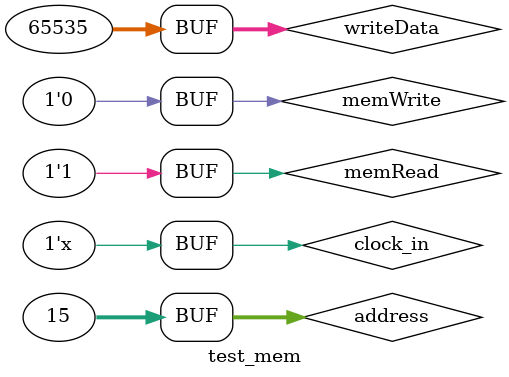
<source format=v>
`timescale 1ns / 1ps


module test_mem;

	// Inputs
	reg clock_in;
	reg [31:0] address;
	reg [31:0] writeData;
	reg memWrite;
	reg memRead;

	// Outputs
	wire [31:0] readData;

	// Instantiate the Unit Under Test (UUT)
	dataMemory uut (
		.clock_in(clock_in), 
		.address(address), 
		.writeData(writeData), 
		.readData(readData), 
		.memWrite(memWrite), 
		.memRead(memRead)
	);
	always #100 clock_in = ~clock_in;
	initial begin
		// Initialize Inputs
		clock_in = 0;
		address = 0;
		writeData = 0;
		memWrite = 0;
		memRead = 0;

		#185;
      
		address  = 32'b00000000000000000000000000001111;
		writeData= 32'b00000000000000001111111111111111;
		#250;
		memWrite = 1;
		#200;
		memRead = 1;
		memWrite= 0;
		

	end
      
endmodule


</source>
